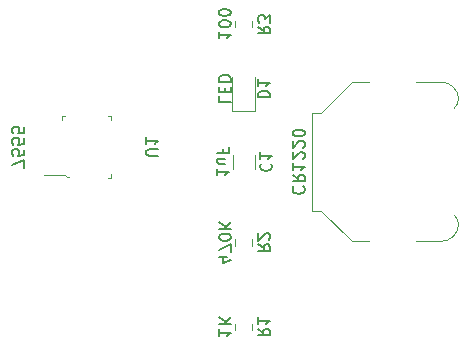
<source format=gbr>
G04 #@! TF.GenerationSoftware,KiCad,Pcbnew,(5.99.0-3978-g0efe073de)*
G04 #@! TF.CreationDate,2020-10-25T12:36:58-05:00*
G04 #@! TF.ProjectId,gtb-pumpkin,6774622d-7075-46d7-906b-696e2e6b6963,rev?*
G04 #@! TF.SameCoordinates,Original*
G04 #@! TF.FileFunction,Legend,Bot*
G04 #@! TF.FilePolarity,Positive*
%FSLAX46Y46*%
G04 Gerber Fmt 4.6, Leading zero omitted, Abs format (unit mm)*
G04 Created by KiCad (PCBNEW (5.99.0-3978-g0efe073de)) date 2020-10-25 12:36:58*
%MOMM*%
%LPD*%
G01*
G04 APERTURE LIST*
%ADD10C,0.150000*%
%ADD11C,0.120000*%
%ADD12C,0.100000*%
G04 APERTURE END LIST*
D10*
X182384157Y-125833878D02*
X182336538Y-125881497D01*
X182288919Y-126024354D01*
X182288919Y-126119592D01*
X182336538Y-126262449D01*
X182431776Y-126357687D01*
X182527014Y-126405306D01*
X182717490Y-126452925D01*
X182860347Y-126452925D01*
X183050823Y-126405306D01*
X183146061Y-126357687D01*
X183241300Y-126262449D01*
X183288919Y-126119592D01*
X183288919Y-126024354D01*
X183241300Y-125881497D01*
X183193680Y-125833878D01*
X182288919Y-124833878D02*
X182765109Y-125167211D01*
X182288919Y-125405306D02*
X183288919Y-125405306D01*
X183288919Y-125024354D01*
X183241300Y-124929116D01*
X183193680Y-124881497D01*
X183098442Y-124833878D01*
X182955585Y-124833878D01*
X182860347Y-124881497D01*
X182812728Y-124929116D01*
X182765109Y-125024354D01*
X182765109Y-125405306D01*
X182288919Y-123881497D02*
X182288919Y-124452925D01*
X182288919Y-124167211D02*
X183288919Y-124167211D01*
X183146061Y-124262449D01*
X183050823Y-124357687D01*
X183003204Y-124452925D01*
X183193680Y-123500544D02*
X183241300Y-123452925D01*
X183288919Y-123357687D01*
X183288919Y-123119592D01*
X183241300Y-123024354D01*
X183193680Y-122976735D01*
X183098442Y-122929116D01*
X183003204Y-122929116D01*
X182860347Y-122976735D01*
X182288919Y-123548163D01*
X182288919Y-122929116D01*
X183193680Y-122548163D02*
X183241300Y-122500544D01*
X183288919Y-122405306D01*
X183288919Y-122167211D01*
X183241300Y-122071973D01*
X183193680Y-122024354D01*
X183098442Y-121976735D01*
X183003204Y-121976735D01*
X182860347Y-122024354D01*
X182288919Y-122595782D01*
X182288919Y-121976735D01*
X183288919Y-121357687D02*
X183288919Y-121262449D01*
X183241300Y-121167211D01*
X183193680Y-121119592D01*
X183098442Y-121071973D01*
X182907966Y-121024354D01*
X182669871Y-121024354D01*
X182479395Y-121071973D01*
X182384157Y-121119592D01*
X182336538Y-121167211D01*
X182288919Y-121262449D01*
X182288919Y-121357687D01*
X182336538Y-121452925D01*
X182384157Y-121500544D01*
X182479395Y-121548163D01*
X182669871Y-121595782D01*
X182907966Y-121595782D01*
X183098442Y-121548163D01*
X183193680Y-121500544D01*
X183241300Y-121452925D01*
X183288919Y-121357687D01*
X170900919Y-123243244D02*
X170091395Y-123243244D01*
X169996157Y-123195625D01*
X169948538Y-123148006D01*
X169900919Y-123052768D01*
X169900919Y-122862292D01*
X169948538Y-122767054D01*
X169996157Y-122719435D01*
X170091395Y-122671816D01*
X170900919Y-122671816D01*
X169900919Y-121671816D02*
X169900919Y-122243244D01*
X169900919Y-121957530D02*
X170900919Y-121957530D01*
X170758061Y-122052768D01*
X170662823Y-122148006D01*
X170615204Y-122243244D01*
X159530919Y-124243244D02*
X159530919Y-123576578D01*
X158530919Y-124005149D01*
X159530919Y-122719435D02*
X159530919Y-123195625D01*
X159054728Y-123243244D01*
X159102347Y-123195625D01*
X159149966Y-123100387D01*
X159149966Y-122862292D01*
X159102347Y-122767054D01*
X159054728Y-122719435D01*
X158959490Y-122671816D01*
X158721395Y-122671816D01*
X158626157Y-122719435D01*
X158578538Y-122767054D01*
X158530919Y-122862292D01*
X158530919Y-123100387D01*
X158578538Y-123195625D01*
X158626157Y-123243244D01*
X159530919Y-121767054D02*
X159530919Y-122243244D01*
X159054728Y-122290863D01*
X159102347Y-122243244D01*
X159149966Y-122148006D01*
X159149966Y-121909911D01*
X159102347Y-121814673D01*
X159054728Y-121767054D01*
X158959490Y-121719435D01*
X158721395Y-121719435D01*
X158626157Y-121767054D01*
X158578538Y-121814673D01*
X158530919Y-121909911D01*
X158530919Y-122148006D01*
X158578538Y-122243244D01*
X158626157Y-122290863D01*
X159530919Y-120814673D02*
X159530919Y-121290863D01*
X159054728Y-121338482D01*
X159102347Y-121290863D01*
X159149966Y-121195625D01*
X159149966Y-120957530D01*
X159102347Y-120862292D01*
X159054728Y-120814673D01*
X158959490Y-120767054D01*
X158721395Y-120767054D01*
X158626157Y-120814673D01*
X158578538Y-120862292D01*
X158530919Y-120957530D01*
X158530919Y-121195625D01*
X158578538Y-121290863D01*
X158626157Y-121338482D01*
X179346599Y-112300046D02*
X179822789Y-112633380D01*
X179346599Y-112871475D02*
X180346599Y-112871475D01*
X180346599Y-112490522D01*
X180298980Y-112395284D01*
X180251360Y-112347665D01*
X180156122Y-112300046D01*
X180013265Y-112300046D01*
X179918027Y-112347665D01*
X179870408Y-112395284D01*
X179822789Y-112490522D01*
X179822789Y-112871475D01*
X180346599Y-111966713D02*
X180346599Y-111347665D01*
X179965646Y-111680999D01*
X179965646Y-111538141D01*
X179918027Y-111442903D01*
X179870408Y-111395284D01*
X179775170Y-111347665D01*
X179537075Y-111347665D01*
X179441837Y-111395284D01*
X179394218Y-111442903D01*
X179346599Y-111538141D01*
X179346599Y-111823856D01*
X179394218Y-111919094D01*
X179441837Y-111966713D01*
X176036979Y-112728926D02*
X176036979Y-113300355D01*
X176036979Y-113014640D02*
X177036979Y-113014640D01*
X176894121Y-113109879D01*
X176798883Y-113205117D01*
X176751264Y-113300355D01*
X177036979Y-112109879D02*
X177036979Y-112014640D01*
X176989360Y-111919402D01*
X176941740Y-111871783D01*
X176846502Y-111824164D01*
X176656026Y-111776545D01*
X176417931Y-111776545D01*
X176227455Y-111824164D01*
X176132217Y-111871783D01*
X176084598Y-111919402D01*
X176036979Y-112014640D01*
X176036979Y-112109879D01*
X176084598Y-112205117D01*
X176132217Y-112252736D01*
X176227455Y-112300355D01*
X176417931Y-112347974D01*
X176656026Y-112347974D01*
X176846502Y-112300355D01*
X176941740Y-112252736D01*
X176989360Y-112205117D01*
X177036979Y-112109879D01*
X177036979Y-111157498D02*
X177036979Y-111062260D01*
X176989360Y-110967021D01*
X176941740Y-110919402D01*
X176846502Y-110871783D01*
X176656026Y-110824164D01*
X176417931Y-110824164D01*
X176227455Y-110871783D01*
X176132217Y-110919402D01*
X176084598Y-110967021D01*
X176036979Y-111062260D01*
X176036979Y-111157498D01*
X176084598Y-111252736D01*
X176132217Y-111300355D01*
X176227455Y-111347974D01*
X176417931Y-111395593D01*
X176656026Y-111395593D01*
X176846502Y-111347974D01*
X176941740Y-111300355D01*
X176989360Y-111252736D01*
X177036979Y-111157498D01*
X179348139Y-130748066D02*
X179824329Y-131081400D01*
X179348139Y-131319495D02*
X180348139Y-131319495D01*
X180348139Y-130938542D01*
X180300520Y-130843304D01*
X180252900Y-130795685D01*
X180157662Y-130748066D01*
X180014805Y-130748066D01*
X179919567Y-130795685D01*
X179871948Y-130843304D01*
X179824329Y-130938542D01*
X179824329Y-131319495D01*
X180252900Y-130367114D02*
X180300520Y-130319495D01*
X180348139Y-130224257D01*
X180348139Y-129986161D01*
X180300520Y-129890923D01*
X180252900Y-129843304D01*
X180157662Y-129795685D01*
X180062424Y-129795685D01*
X179919567Y-129843304D01*
X179348139Y-130414733D01*
X179348139Y-129795685D01*
X176714805Y-131843304D02*
X176048139Y-131843304D01*
X177095758Y-132081400D02*
X176381472Y-132319495D01*
X176381472Y-131700447D01*
X177048139Y-131414733D02*
X177048139Y-130748066D01*
X176048139Y-131176638D01*
X177048139Y-130176638D02*
X177048139Y-130081400D01*
X177000520Y-129986161D01*
X176952900Y-129938542D01*
X176857662Y-129890923D01*
X176667186Y-129843304D01*
X176429091Y-129843304D01*
X176238615Y-129890923D01*
X176143377Y-129938542D01*
X176095758Y-129986161D01*
X176048139Y-130081400D01*
X176048139Y-130176638D01*
X176095758Y-130271876D01*
X176143377Y-130319495D01*
X176238615Y-130367114D01*
X176429091Y-130414733D01*
X176667186Y-130414733D01*
X176857662Y-130367114D01*
X176952900Y-130319495D01*
X177000520Y-130271876D01*
X177048139Y-130176638D01*
X176048139Y-129414733D02*
X177048139Y-129414733D01*
X176048139Y-128843304D02*
X176619567Y-129271876D01*
X177048139Y-128843304D02*
X176476710Y-129414733D01*
X179337979Y-137867686D02*
X179814169Y-138201020D01*
X179337979Y-138439115D02*
X180337979Y-138439115D01*
X180337979Y-138058162D01*
X180290360Y-137962924D01*
X180242740Y-137915305D01*
X180147502Y-137867686D01*
X180004645Y-137867686D01*
X179909407Y-137915305D01*
X179861788Y-137962924D01*
X179814169Y-138058162D01*
X179814169Y-138439115D01*
X179337979Y-136915305D02*
X179337979Y-137486734D01*
X179337979Y-137201020D02*
X180337979Y-137201020D01*
X180195121Y-137296258D01*
X180099883Y-137391496D01*
X180052264Y-137486734D01*
X176037979Y-137915305D02*
X176037979Y-138486734D01*
X176037979Y-138201020D02*
X177037979Y-138201020D01*
X176895121Y-138296258D01*
X176799883Y-138391496D01*
X176752264Y-138486734D01*
X176037979Y-137486734D02*
X177037979Y-137486734D01*
X176037979Y-136915305D02*
X176609407Y-137343877D01*
X177037979Y-136915305D02*
X176466550Y-137486734D01*
X179340519Y-118286755D02*
X180340519Y-118286755D01*
X180340519Y-118048660D01*
X180292900Y-117905802D01*
X180197661Y-117810564D01*
X180102423Y-117762945D01*
X179911947Y-117715326D01*
X179769090Y-117715326D01*
X179578614Y-117762945D01*
X179483376Y-117810564D01*
X179388138Y-117905802D01*
X179340519Y-118048660D01*
X179340519Y-118286755D01*
X179340519Y-116762945D02*
X179340519Y-117334374D01*
X179340519Y-117048660D02*
X180340519Y-117048660D01*
X180197661Y-117143898D01*
X180102423Y-117239136D01*
X180054804Y-117334374D01*
X176040519Y-118191517D02*
X176040519Y-118667707D01*
X177040519Y-118667707D01*
X176564328Y-117858183D02*
X176564328Y-117524850D01*
X176040519Y-117381993D02*
X176040519Y-117858183D01*
X177040519Y-117858183D01*
X177040519Y-117381993D01*
X176040519Y-116953421D02*
X177040519Y-116953421D01*
X177040519Y-116715326D01*
X176992900Y-116572469D01*
X176897661Y-116477231D01*
X176802423Y-116429612D01*
X176611947Y-116381993D01*
X176469090Y-116381993D01*
X176278614Y-116429612D01*
X176183376Y-116477231D01*
X176088138Y-116572469D01*
X176040519Y-116715326D01*
X176040519Y-116953421D01*
X179613377Y-123897686D02*
X179565758Y-123945305D01*
X179518139Y-124088162D01*
X179518139Y-124183400D01*
X179565758Y-124326258D01*
X179660996Y-124421496D01*
X179756234Y-124469115D01*
X179946710Y-124516734D01*
X180089567Y-124516734D01*
X180280043Y-124469115D01*
X180375281Y-124421496D01*
X180470520Y-124326258D01*
X180518139Y-124183400D01*
X180518139Y-124088162D01*
X180470520Y-123945305D01*
X180422900Y-123897686D01*
X179518139Y-122945305D02*
X179518139Y-123516734D01*
X179518139Y-123231020D02*
X180518139Y-123231020D01*
X180375281Y-123326258D01*
X180280043Y-123421496D01*
X180232424Y-123516734D01*
X175878139Y-124326258D02*
X175878139Y-124897686D01*
X175878139Y-124611972D02*
X176878139Y-124611972D01*
X176735281Y-124707210D01*
X176640043Y-124802448D01*
X176592424Y-124897686D01*
X176544805Y-123469115D02*
X175878139Y-123469115D01*
X176544805Y-123897686D02*
X176020996Y-123897686D01*
X175925758Y-123850067D01*
X175878139Y-123754829D01*
X175878139Y-123611972D01*
X175925758Y-123516734D01*
X175973377Y-123469115D01*
X176401948Y-122659591D02*
X176401948Y-122992924D01*
X175878139Y-122992924D02*
X176878139Y-122992924D01*
X176878139Y-122516734D01*
D11*
X184691300Y-119588640D02*
X183891300Y-119588640D01*
X192741300Y-130488640D02*
X194841300Y-130488640D01*
X187291300Y-130488640D02*
X188741300Y-130488640D01*
X187291300Y-116988640D02*
X184691300Y-119588640D01*
X188741300Y-116988640D02*
X187291300Y-116988640D01*
X183891300Y-119588640D02*
X183891300Y-127888640D01*
X183891300Y-127888640D02*
X184691300Y-127888640D01*
X192741300Y-116988640D02*
X194841300Y-116988640D01*
X184691300Y-127888640D02*
X187291300Y-130488640D01*
X196325460Y-118324025D02*
G75*
G02*
X195941300Y-119238640I-984160J-124615D01*
G01*
X194791300Y-116988640D02*
G75*
G02*
X196341300Y-118438640I50000J-1500000D01*
G01*
X196325460Y-129153255D02*
G75*
G03*
X195941300Y-128238640I-984160J124615D01*
G01*
X194791300Y-130488640D02*
G75*
G03*
X196341300Y-129038640I50000J1500000D01*
G01*
D12*
X162733300Y-119881340D02*
X162733300Y-120181340D01*
X162993300Y-124841340D02*
X161223300Y-124841340D01*
X163033300Y-119881340D02*
X162733300Y-119881340D01*
X166933300Y-125081340D02*
X166633300Y-125081340D01*
X163383300Y-125031340D02*
X163183300Y-125031340D01*
X166933300Y-119881340D02*
X166633300Y-119881340D01*
X166933300Y-124781340D02*
X166933300Y-125081340D01*
X163183300Y-125031340D02*
X162993300Y-124841340D01*
X166933300Y-119881340D02*
X166933300Y-120181340D01*
D11*
X178860520Y-111806088D02*
X178860520Y-112328592D01*
X177440520Y-111806088D02*
X177440520Y-112328592D01*
X177440520Y-130842652D02*
X177440520Y-130320148D01*
X178860520Y-130842652D02*
X178860520Y-130320148D01*
X177430360Y-137962272D02*
X177430360Y-137439768D01*
X178850360Y-137962272D02*
X178850360Y-137439768D01*
X177182900Y-119408660D02*
X177182900Y-116548660D01*
X179102900Y-116548660D02*
X179102900Y-119408660D01*
X179102900Y-119408660D02*
X177182900Y-119408660D01*
X179060520Y-124333084D02*
X179060520Y-123128956D01*
X177240520Y-124333084D02*
X177240520Y-123128956D01*
M02*

</source>
